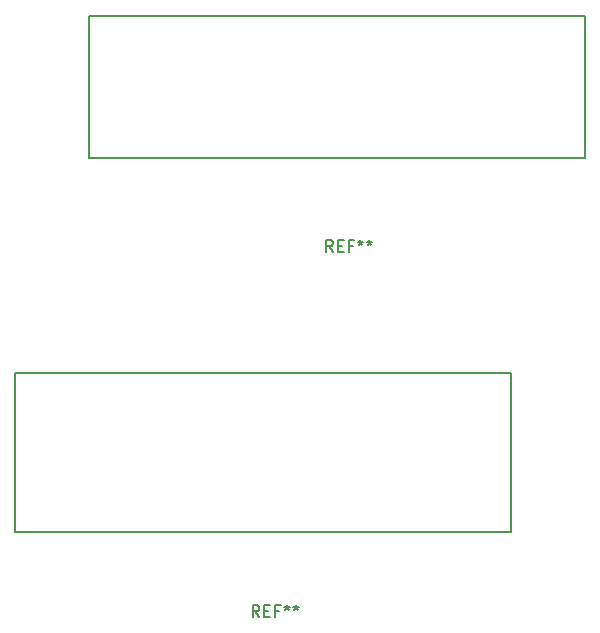
<source format=gbr>
G04 #@! TF.FileFunction,Legend,Top*
%FSLAX46Y46*%
G04 Gerber Fmt 4.6, Leading zero omitted, Abs format (unit mm)*
G04 Created by KiCad (PCBNEW 4.0.7) date 04/10/18 23:53:23*
%MOMM*%
%LPD*%
G01*
G04 APERTURE LIST*
%ADD10C,0.100000*%
%ADD11C,0.150000*%
G04 APERTURE END LIST*
D10*
D11*
X109940000Y-76420000D02*
X151940000Y-76420000D01*
X151940000Y-76420000D02*
X151940000Y-88420000D01*
X151940000Y-88420000D02*
X109940000Y-88420000D01*
X109940000Y-88420000D02*
X109940000Y-76420000D01*
X103710000Y-106600000D02*
X145710000Y-106600000D01*
X145710000Y-106600000D02*
X145710000Y-120100000D01*
X145710000Y-120100000D02*
X103710000Y-120100000D01*
X103710000Y-120100000D02*
X103710000Y-106600000D01*
X130606667Y-96372381D02*
X130273333Y-95896190D01*
X130035238Y-96372381D02*
X130035238Y-95372381D01*
X130416191Y-95372381D01*
X130511429Y-95420000D01*
X130559048Y-95467619D01*
X130606667Y-95562857D01*
X130606667Y-95705714D01*
X130559048Y-95800952D01*
X130511429Y-95848571D01*
X130416191Y-95896190D01*
X130035238Y-95896190D01*
X131035238Y-95848571D02*
X131368572Y-95848571D01*
X131511429Y-96372381D02*
X131035238Y-96372381D01*
X131035238Y-95372381D01*
X131511429Y-95372381D01*
X132273334Y-95848571D02*
X131940000Y-95848571D01*
X131940000Y-96372381D02*
X131940000Y-95372381D01*
X132416191Y-95372381D01*
X132940000Y-95372381D02*
X132940000Y-95610476D01*
X132701905Y-95515238D02*
X132940000Y-95610476D01*
X133178096Y-95515238D01*
X132797143Y-95800952D02*
X132940000Y-95610476D01*
X133082858Y-95800952D01*
X133701905Y-95372381D02*
X133701905Y-95610476D01*
X133463810Y-95515238D02*
X133701905Y-95610476D01*
X133940001Y-95515238D01*
X133559048Y-95800952D02*
X133701905Y-95610476D01*
X133844763Y-95800952D01*
X124376667Y-127302381D02*
X124043333Y-126826190D01*
X123805238Y-127302381D02*
X123805238Y-126302381D01*
X124186191Y-126302381D01*
X124281429Y-126350000D01*
X124329048Y-126397619D01*
X124376667Y-126492857D01*
X124376667Y-126635714D01*
X124329048Y-126730952D01*
X124281429Y-126778571D01*
X124186191Y-126826190D01*
X123805238Y-126826190D01*
X124805238Y-126778571D02*
X125138572Y-126778571D01*
X125281429Y-127302381D02*
X124805238Y-127302381D01*
X124805238Y-126302381D01*
X125281429Y-126302381D01*
X126043334Y-126778571D02*
X125710000Y-126778571D01*
X125710000Y-127302381D02*
X125710000Y-126302381D01*
X126186191Y-126302381D01*
X126710000Y-126302381D02*
X126710000Y-126540476D01*
X126471905Y-126445238D02*
X126710000Y-126540476D01*
X126948096Y-126445238D01*
X126567143Y-126730952D02*
X126710000Y-126540476D01*
X126852858Y-126730952D01*
X127471905Y-126302381D02*
X127471905Y-126540476D01*
X127233810Y-126445238D02*
X127471905Y-126540476D01*
X127710001Y-126445238D01*
X127329048Y-126730952D02*
X127471905Y-126540476D01*
X127614763Y-126730952D01*
M02*

</source>
